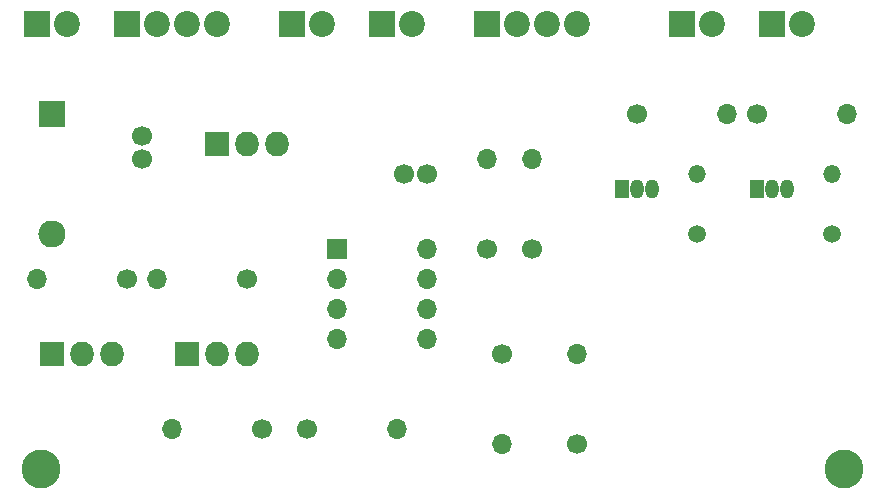
<source format=gbr>
%TF.GenerationSoftware,KiCad,Pcbnew,5.1.6-c6e7f7d~87~ubuntu18.04.1*%
%TF.CreationDate,2020-09-12T21:04:16+10:00*%
%TF.ProjectId,Switch_Toggler,53776974-6368-45f5-946f-67676c65722e,rev?*%
%TF.SameCoordinates,Original*%
%TF.FileFunction,Soldermask,Bot*%
%TF.FilePolarity,Negative*%
%FSLAX46Y46*%
G04 Gerber Fmt 4.6, Leading zero omitted, Abs format (unit mm)*
G04 Created by KiCad (PCBNEW 5.1.6-c6e7f7d~87~ubuntu18.04.1) date 2020-09-12 21:04:16*
%MOMM*%
%LPD*%
G01*
G04 APERTURE LIST*
%ADD10C,2.200000*%
%ADD11R,2.200000X2.200000*%
%ADD12O,1.700000X1.700000*%
%ADD13R,1.700000X1.700000*%
%ADD14O,2.005000X2.100000*%
%ADD15R,2.005000X2.100000*%
%ADD16C,1.700000*%
%ADD17O,1.500000X1.500000*%
%ADD18C,1.500000*%
%ADD19R,1.150000X1.600000*%
%ADD20O,1.150000X1.600000*%
%ADD21C,3.300000*%
%ADD22O,2.300000X2.300000*%
%ADD23R,2.300000X2.300000*%
G04 APERTURE END LIST*
D10*
%TO.C,SW3*%
X48260000Y-72390000D03*
D11*
X45720000Y-72390000D03*
%TD*%
D10*
%TO.C,U3*%
X91440000Y-72390000D03*
X88900000Y-72390000D03*
X86360000Y-72390000D03*
D11*
X83820000Y-72390000D03*
%TD*%
D12*
%TO.C,U2*%
X78740000Y-91440000D03*
X71120000Y-99060000D03*
X78740000Y-93980000D03*
X71120000Y-96520000D03*
X78740000Y-96520000D03*
X71120000Y-93980000D03*
X78740000Y-99060000D03*
D13*
X71120000Y-91440000D03*
%TD*%
D14*
%TO.C,U1*%
X66040000Y-82550000D03*
X63500000Y-82550000D03*
D15*
X60960000Y-82550000D03*
%TD*%
D10*
%TO.C,SW2*%
X77470000Y-72390000D03*
D11*
X74930000Y-72390000D03*
%TD*%
D10*
%TO.C,SW1*%
X69850000Y-72390000D03*
D11*
X67310000Y-72390000D03*
%TD*%
D12*
%TO.C,R12*%
X87630000Y-83820000D03*
D16*
X87630000Y-91440000D03*
%TD*%
D12*
%TO.C,R11*%
X83820000Y-83820000D03*
D16*
X83820000Y-91440000D03*
%TD*%
D12*
%TO.C,R10*%
X104140000Y-80010000D03*
D16*
X96520000Y-80010000D03*
%TD*%
D17*
%TO.C,R9*%
X101600000Y-85090000D03*
D18*
X101600000Y-90170000D03*
%TD*%
D12*
%TO.C,R8*%
X45720000Y-93980000D03*
D16*
X53340000Y-93980000D03*
%TD*%
D12*
%TO.C,R7*%
X85090000Y-107950000D03*
D16*
X85090000Y-100330000D03*
%TD*%
D12*
%TO.C,R6*%
X91440000Y-100330000D03*
D16*
X91440000Y-107950000D03*
%TD*%
D12*
%TO.C,R5*%
X55880000Y-93980000D03*
D16*
X63500000Y-93980000D03*
%TD*%
D12*
%TO.C,R4*%
X57150000Y-106680000D03*
D16*
X64770000Y-106680000D03*
%TD*%
D12*
%TO.C,R3*%
X114300000Y-80010000D03*
D16*
X106680000Y-80010000D03*
%TD*%
D12*
%TO.C,R2*%
X76200000Y-106680000D03*
D16*
X68580000Y-106680000D03*
%TD*%
D17*
%TO.C,R1*%
X113030000Y-85090000D03*
D18*
X113030000Y-90170000D03*
%TD*%
D19*
%TO.C,Q4*%
X95250000Y-86360000D03*
D20*
X97790000Y-86360000D03*
X96520000Y-86360000D03*
%TD*%
D19*
%TO.C,Q3*%
X106680000Y-86360000D03*
D20*
X109220000Y-86360000D03*
X107950000Y-86360000D03*
%TD*%
D14*
%TO.C,Q2*%
X52070000Y-100330000D03*
X49530000Y-100330000D03*
D15*
X46990000Y-100330000D03*
%TD*%
D14*
%TO.C,Q1*%
X63500000Y-100330000D03*
X60960000Y-100330000D03*
D15*
X58420000Y-100330000D03*
%TD*%
D10*
%TO.C,J1*%
X60960000Y-72390000D03*
X58420000Y-72390000D03*
X55880000Y-72390000D03*
D11*
X53340000Y-72390000D03*
%TD*%
D21*
%TO.C,H2*%
X114000000Y-110000000D03*
%TD*%
%TO.C,H1*%
X46000000Y-110000000D03*
%TD*%
D22*
%TO.C,D3*%
X46990000Y-90170000D03*
D23*
X46990000Y-80010000D03*
%TD*%
D10*
%TO.C,D2*%
X102870000Y-72390000D03*
D11*
X100330000Y-72390000D03*
%TD*%
D10*
%TO.C,D1*%
X110490000Y-72390000D03*
D11*
X107950000Y-72390000D03*
%TD*%
D16*
%TO.C,C2*%
X76740000Y-85090000D03*
X78740000Y-85090000D03*
%TD*%
%TO.C,C1*%
X54610000Y-81820000D03*
X54610000Y-83820000D03*
%TD*%
M02*

</source>
